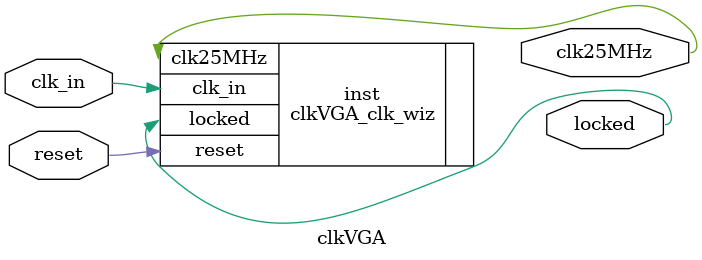
<source format=v>


`timescale 1ps/1ps

(* CORE_GENERATION_INFO = "clkVGA,clk_wiz_v6_0_3_0_0,{component_name=clkVGA,use_phase_alignment=true,use_min_o_jitter=false,use_max_i_jitter=false,use_dyn_phase_shift=false,use_inclk_switchover=false,use_dyn_reconfig=false,enable_axi=0,feedback_source=FDBK_AUTO,PRIMITIVE=MMCM,num_out_clk=1,clkin1_period=10.000,clkin2_period=10.000,use_power_down=false,use_reset=true,use_locked=true,use_inclk_stopped=false,feedback_type=SINGLE,CLOCK_MGR_TYPE=NA,manual_override=false}" *)

module clkVGA 
 (
  // Clock out ports
  output        clk25MHz,
  // Status and control signals
  input         reset,
  output        locked,
 // Clock in ports
  input         clk_in
 );

  clkVGA_clk_wiz inst
  (
  // Clock out ports  
  .clk25MHz(clk25MHz),
  // Status and control signals               
  .reset(reset), 
  .locked(locked),
 // Clock in ports
  .clk_in(clk_in)
  );

endmodule

</source>
